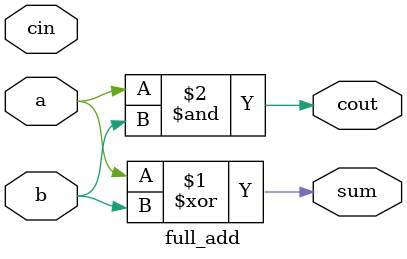
<source format=v>
module full_add (input a, b, cin, output sum, cout);
	xor x1 (sum, a, b);
	and a1 (cout, a, b);
endmodule
</source>
